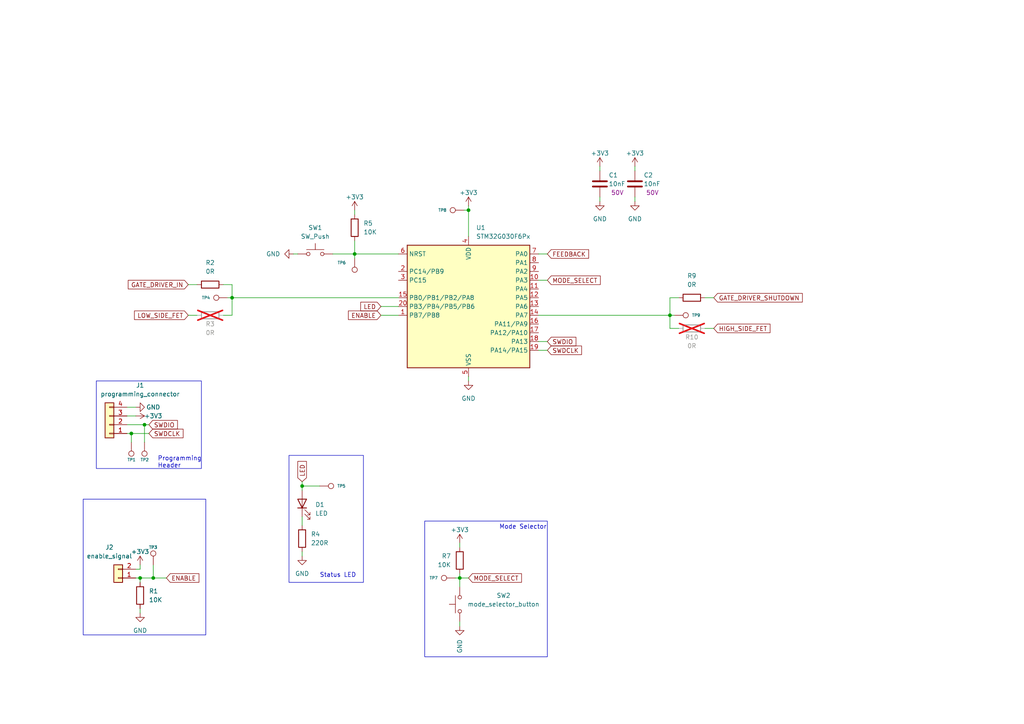
<source format=kicad_sch>
(kicad_sch (version 20230121) (generator eeschema)
  (paper "A4")
  (lib_symbols
    (symbol "Connector:TestPoint" (pin_numbers hide) (pin_names (offset 0.762) hide)
      (property "Reference" "TP" (at 0 6.858 0))
      (property "Value" "TestPoint" (at 0 5.08 0))
      (symbol "TestPoint_0_1"
        (circle (center 0 3.302) (radius 0.762))
      )
      (symbol "TestPoint_1_1"
        (pin passive line (at 0 0 90) (length 2.54) (name "1") (number "1"))
      )
    )
    (symbol "Connector_Generic:Conn_01x02" (pin_names (offset 1.016) hide)
      (property "Reference" "J" (at 0 2.54 0))
      (property "Value" "Conn_01x02" (at 0 -5.08 0))
      (symbol "Conn_01x02_1_1"
        (rectangle (start -1.27 -2.413) (end 0 -2.667) (stroke (width 0.1524)))
        (rectangle (start -1.27 0.127) (end 0 -0.127) (stroke (width 0.1524)))
        (rectangle (start -1.27 1.27) (end 1.27 -3.81) (stroke (width 0.254)) (fill (type background)))
        (pin passive line (at -5.08 0 0) (length 3.81) (name "Pin_1") (number "1"))
        (pin passive line (at -5.08 -2.54 0) (length 3.81) (name "Pin_2") (number "2"))
      )
    )
    (symbol "Connector_Generic:Conn_01x04" (pin_names (offset 1.016) hide)
      (property "Reference" "J" (at 0 5.08 0))
      (property "Value" "Conn_01x04" (at 0 -7.62 0))
      (symbol "Conn_01x04_1_1"
        (rectangle (start -1.27 -4.953) (end 0 -5.207) (stroke (width 0.1524)))
        (rectangle (start -1.27 -2.413) (end 0 -2.667) (stroke (width 0.1524)))
        (rectangle (start -1.27 0.127) (end 0 -0.127) (stroke (width 0.1524)))
        (rectangle (start -1.27 2.667) (end 0 2.413) (stroke (width 0.1524)))
        (rectangle (start -1.27 3.81) (end 1.27 -6.35) (stroke (width 0.254)) (fill (type background)))
        (pin passive line (at -5.08 2.54 0) (length 3.81) (name "Pin_1") (number "1"))
        (pin passive line (at -5.08 0 0) (length 3.81) (name "Pin_2") (number "2"))
        (pin passive line (at -5.08 -2.54 0) (length 3.81) (name "Pin_3") (number "3"))
        (pin passive line (at -5.08 -5.08 0) (length 3.81) (name "Pin_4") (number "4"))
      )
    )
    (symbol "Device:C" (pin_numbers hide) (pin_names (offset 0.254))
      (property "Reference" "C" (at 0.635 2.54 0))
      (property "Value" "C" (at 0.635 -2.54 0))
      (symbol "C_0_1"
        (polyline (pts (xy -2.032 -0.762) (xy 2.032 -0.762)) (stroke (width 0.508)))
        (polyline (pts (xy -2.032 0.762) (xy 2.032 0.762)) (stroke (width 0.508)))
      )
      (symbol "C_1_1"
        (pin passive line (at 0 3.81 270) (length 2.794) (name "~") (number "1"))
        (pin passive line (at 0 -3.81 90) (length 2.794) (name "~") (number "2"))
      )
    )
    (symbol "Device:LED" (pin_numbers hide) (pin_names (offset 1.016) hide)
      (property "Reference" "D" (at 0 2.54 0))
      (property "Value" "LED" (at 0 -2.54 0))
      (symbol "LED_0_1"
        (polyline (pts (xy -1.27 -1.27) (xy -1.27 1.27)) (stroke (width 0.254)))
        (polyline (pts (xy -1.27 0) (xy 1.27 0)))
        (polyline (pts (xy 1.27 -1.27) (xy 1.27 1.27) (xy -1.27 0) (xy 1.27 -1.27)) (stroke (width 0.254)))
        (polyline (pts (xy -3.048 -0.762) (xy -4.572 -2.286) (xy -3.81 -2.286) (xy -4.572 -2.286) (xy -4.572 -1.524)))
        (polyline (pts (xy -1.778 -0.762) (xy -3.302 -2.286) (xy -2.54 -2.286) (xy -3.302 -2.286) (xy -3.302 -1.524)))
      )
      (symbol "LED_1_1"
        (pin passive line (at -3.81 0 0) (length 2.54) (name "K") (number "1"))
        (pin passive line (at 3.81 0 180) (length 2.54) (name "A") (number "2"))
      )
    )
    (symbol "Device:R" (pin_numbers hide) (pin_names (offset 0))
      (property "Reference" "R" (at 2.032 0 90))
      (property "Value" "R" (at 0 0 90))
      (symbol "R_0_1"
        (rectangle (start -1.016 -2.54) (end 1.016 2.54) (stroke (width 0.254)))
      )
      (symbol "R_1_1"
        (pin passive line (at 0 3.81 270) (length 1.27) (name "~") (number "1"))
        (pin passive line (at 0 -3.81 90) (length 1.27) (name "~") (number "2"))
      )
    )
    (symbol "MCU_ST_STM32G0:STM32G030F6Px"
      (property "Reference" "U" (at -17.78 19.05 0))
      (property "Value" "STM32G030F6Px" (at 2.54 19.05 0))
      (symbol "STM32G030F6Px_0_1"
        (rectangle (start -17.78 -17.78) (end 17.78 17.78) (stroke (width 0.254)) (fill (type background)))
      )
      (symbol "STM32G030F6Px_1_1"
        (pin bidirectional line (at -20.32 -2.54 0) (length 2.54) (name "PB7/PB8") (number "1"))
        (pin bidirectional line (at 20.32 7.62 180) (length 2.54) (name "PA3") (number "10"))
        (pin bidirectional line (at 20.32 5.08 180) (length 2.54) (name "PA4") (number "11"))
        (pin bidirectional line (at 20.32 2.54 180) (length 2.54) (name "PA5") (number "12"))
        (pin bidirectional line (at 20.32 0 180) (length 2.54) (name "PA6") (number "13"))
        (pin bidirectional line (at 20.32 -2.54 180) (length 2.54) (name "PA7") (number "14"))
        (pin bidirectional line (at -20.32 2.54 0) (length 2.54) (name "PB0/PB1/PB2/PA8") (number "15"))
        (pin bidirectional line (at 20.32 -5.08 180) (length 2.54) (name "PA11/PA9") (number "16"))
        (pin bidirectional line (at 20.32 -7.62 180) (length 2.54) (name "PA12/PA10") (number "17"))
        (pin bidirectional line (at 20.32 -10.16 180) (length 2.54) (name "PA13") (number "18"))
        (pin bidirectional line (at 20.32 -12.7 180) (length 2.54) (name "PA14/PA15") (number "19"))
        (pin bidirectional line (at -20.32 10.16 0) (length 2.54) (name "PC14/PB9") (number "2"))
        (pin bidirectional line (at -20.32 0 0) (length 2.54) (name "PB3/PB4/PB5/PB6") (number "20"))
        (pin bidirectional line (at -20.32 7.62 0) (length 2.54) (name "PC15") (number "3"))
        (pin power_in line (at 0 20.32 270) (length 2.54) (name "VDD") (number "4"))
        (pin power_in line (at 0 -20.32 90) (length 2.54) (name "VSS") (number "5"))
        (pin input line (at -20.32 15.24 0) (length 2.54) (name "NRST") (number "6"))
        (pin bidirectional line (at 20.32 15.24 180) (length 2.54) (name "PA0") (number "7"))
        (pin bidirectional line (at 20.32 12.7 180) (length 2.54) (name "PA1") (number "8"))
        (pin bidirectional line (at 20.32 10.16 180) (length 2.54) (name "PA2") (number "9"))
      )
    )
    (symbol "Switch:SW_Push" (pin_numbers hide) (pin_names (offset 1.016) hide)
      (property "Reference" "SW" (at 1.27 2.54 0))
      (property "Value" "SW_Push" (at 0 -1.524 0))
      (symbol "SW_Push_0_1"
        (circle (center -2.032 0) (radius 0.508))
        (polyline (pts (xy 0 1.27) (xy 0 3.048)))
        (polyline (pts (xy 2.54 1.27) (xy -2.54 1.27)))
        (circle (center 2.032 0) (radius 0.508))
        (pin passive line (at -5.08 0 0) (length 2.54) (name "1") (number "1"))
        (pin passive line (at 5.08 0 180) (length 2.54) (name "2") (number "2"))
      )
    )
    (symbol "power:+3V3" (power) (pin_names (offset 0))
      (property "Value" "+3V3" (at 0 3.556 0))
      (symbol "+3V3_0_1"
        (polyline (pts (xy -0.762 1.27) (xy 0 2.54)))
        (polyline (pts (xy 0 0) (xy 0 2.54)))
        (polyline (pts (xy 0 2.54) (xy 0.762 1.27)))
      )
      (symbol "+3V3_1_1"
        (pin power_in line (at 0 0 90) (length 0) hide (name "+3V3") (number "1"))
      )
    )
    (symbol "power:GND" (power) (pin_names (offset 0))
      (property "Value" "GND" (at 0 -3.81 0))
      (symbol "GND_0_1"
        (polyline (pts (xy 0 0) (xy 0 -1.27) (xy 1.27 -1.27) (xy 0 -2.54) (xy -1.27 -1.27) (xy 0 -1.27)))
      )
      (symbol "GND_1_1"
        (pin power_in line (at 0 0 270) (length 0) hide (name "GND") (number "1"))
      )
    )
  )
  (junction (at 40.64 167.64))
  (junction (at 102.87 73.66))
  (junction (at 38.1 125.73))
  (junction (at 133.35 167.64))
  (junction (at 87.63 140.97))
  (junction (at 44.45 167.64))
  (junction (at 41.91 123.19))
  (junction (at 135.89 60.96))
  (junction (at 194.31 91.44))
  (junction (at 67.31 86.36))
  (wire (pts (xy 158.75 99.06) (xy 156.21 99.06)))
  (wire (pts (xy 40.64 167.64) (xy 40.64 168.91)))
  (wire (pts (xy 67.31 91.44) (xy 67.31 86.36)))
  (wire (pts (xy 132.08 167.64) (xy 133.35 167.64)))
  (wire (pts (xy 135.89 110.49) (xy 135.89 109.22)))
  (wire (pts (xy 110.49 88.9) (xy 115.57 88.9)))
  (wire (pts (xy 96.52 73.66) (xy 102.87 73.66)))
  (wire (pts (xy 40.64 176.53) (xy 40.64 177.8)))
  (wire (pts (xy 156.21 91.44) (xy 194.31 91.44)))
  (wire (pts (xy 196.85 95.25) (xy 194.31 95.25)))
  (wire (pts (xy 102.87 73.66) (xy 102.87 74.93)))
  (wire (pts (xy 87.63 140.97) (xy 87.63 142.24)))
  (wire (pts (xy 184.15 57.15) (xy 184.15 58.42)))
  (wire (pts (xy 40.64 163.83) (xy 40.64 165.1)))
  (wire (pts (xy 66.04 86.36) (xy 67.31 86.36)))
  (wire (pts (xy 87.63 140.97) (xy 92.71 140.97)))
  (wire (pts (xy 57.15 82.55) (xy 54.61 82.55)))
  (wire (pts (xy 67.31 86.36) (xy 115.57 86.36)))
  (wire (pts (xy 44.45 167.64) (xy 48.26 167.64)))
  (wire (pts (xy 40.64 165.1) (xy 39.37 165.1)))
  (wire (pts (xy 207.01 95.25) (xy 204.47 95.25)))
  (wire (pts (xy 135.89 59.69) (xy 135.89 60.96)))
  (wire (pts (xy 134.62 60.96) (xy 135.89 60.96)))
  (wire (pts (xy 194.31 86.36) (xy 196.85 86.36)))
  (wire (pts (xy 133.35 167.64) (xy 133.35 170.18)))
  (wire (pts (xy 194.31 91.44) (xy 195.58 91.44)))
  (wire (pts (xy 36.83 123.19) (xy 41.91 123.19)))
  (wire (pts (xy 67.31 82.55) (xy 64.77 82.55)))
  (wire (pts (xy 102.87 73.66) (xy 115.57 73.66)))
  (wire (pts (xy 41.91 123.19) (xy 43.18 123.19)))
  (wire (pts (xy 133.35 166.37) (xy 133.35 167.64)))
  (wire (pts (xy 39.37 118.11) (xy 36.83 118.11)))
  (wire (pts (xy 135.89 60.96) (xy 135.89 68.58)))
  (wire (pts (xy 133.35 167.64) (xy 135.89 167.64)))
  (wire (pts (xy 204.47 86.36) (xy 207.01 86.36)))
  (wire (pts (xy 38.1 125.73) (xy 43.18 125.73)))
  (wire (pts (xy 41.91 123.19) (xy 41.91 128.27)))
  (wire (pts (xy 67.31 86.36) (xy 67.31 82.55)))
  (wire (pts (xy 38.1 125.73) (xy 38.1 128.27)))
  (wire (pts (xy 102.87 60.96) (xy 102.87 62.23)))
  (wire (pts (xy 110.49 91.44) (xy 115.57 91.44)))
  (wire (pts (xy 87.63 161.29) (xy 87.63 160.02)))
  (wire (pts (xy 54.61 91.44) (xy 57.15 91.44)))
  (wire (pts (xy 194.31 91.44) (xy 194.31 86.36)))
  (wire (pts (xy 39.37 167.64) (xy 40.64 167.64)))
  (wire (pts (xy 40.64 167.64) (xy 44.45 167.64)))
  (wire (pts (xy 36.83 120.65) (xy 39.37 120.65)))
  (wire (pts (xy 36.83 125.73) (xy 38.1 125.73)))
  (wire (pts (xy 173.99 48.26) (xy 173.99 49.53)))
  (wire (pts (xy 184.15 48.26) (xy 184.15 49.53)))
  (wire (pts (xy 173.99 57.15) (xy 173.99 58.42)))
  (wire (pts (xy 133.35 157.48) (xy 133.35 158.75)))
  (wire (pts (xy 158.75 81.28) (xy 156.21 81.28)))
  (wire (pts (xy 64.77 91.44) (xy 67.31 91.44)))
  (wire (pts (xy 87.63 139.7) (xy 87.63 140.97)))
  (wire (pts (xy 85.09 73.66) (xy 86.36 73.66)))
  (wire (pts (xy 133.35 181.61) (xy 133.35 180.34)))
  (wire (pts (xy 194.31 95.25) (xy 194.31 91.44)))
  (wire (pts (xy 102.87 69.85) (xy 102.87 73.66)))
  (wire (pts (xy 44.45 163.83) (xy 44.45 167.64)))
  (wire (pts (xy 87.63 149.86) (xy 87.63 152.4)))
  (wire (pts (xy 158.75 73.66) (xy 156.21 73.66)))
  (wire (pts (xy 158.75 101.6) (xy 156.21 101.6)))
  (rectangle (start 24.13 144.78) (end 59.69 184.15))
  (rectangle (start 27.94 110.49) (end 58.42 135.89))
  (rectangle (start 123.19 151.13) (end 158.75 190.5))
  (rectangle (start 83.82 132.08) (end 105.41 168.91))
  (text "Status LED" (at 92.71 167.64 0) (effects (font (size 1.27 1.27)) (justify left bottom)))
  (text "Programming\nHeader" (at 45.72 135.89 0) (effects (font (size 1.27 1.27)) (justify left bottom)))
  (text "Mode Selector" (at 144.78 153.67 0) (effects (font (size 1.27 1.27)) (justify left bottom)))
  (global_label "MODE_SELECT" (shape input) (at 158.75 81.28 0) (property "Intersheetrefs" "${INTERSHEET_REFS}" (effects hide)))
  (global_label "LED" (shape input) (at 87.63 139.7 90) (property "Intersheetrefs" "${INTERSHEET_REFS}" (effects hide)))
  (global_label "LED" (shape input) (at 110.49 88.9 180) (property "Intersheetrefs" "${INTERSHEET_REFS}" (effects hide)))
  (global_label "LOW_SIDE_FET" (shape input) (at 54.61 91.44 180) (property "Intersheetrefs" "${INTERSHEET_REFS}" (effects hide)))
  (global_label "GATE_DRIVER_IN" (shape input) (at 54.61 82.55 180) (property "Intersheetrefs" "${INTERSHEET_REFS}" (effects hide)))
  (global_label "GATE_DRIVER_SHUTDOWN" (shape input) (at 207.01 86.36 0) (property "Intersheetrefs" "${INTERSHEET_REFS}" (effects hide)))
  (global_label "SWDCLK" (shape input) (at 43.18 125.73 0) (property "Intersheetrefs" "${INTERSHEET_REFS}" (effects hide)))
  (global_label "MODE_SELECT" (shape input) (at 135.89 167.64 0) (property "Intersheetrefs" "${INTERSHEET_REFS}" (effects hide)))
  (global_label "SWDIO" (shape input) (at 158.75 99.06 0) (property "Intersheetrefs" "${INTERSHEET_REFS}" (effects hide)))
  (global_label "SWDCLK" (shape input) (at 158.75 101.6 0) (property "Intersheetrefs" "${INTERSHEET_REFS}" (effects hide)))
  (global_label "ENABLE" (shape input) (at 48.26 167.64 0) (property "Intersheetrefs" "${INTERSHEET_REFS}" (effects hide)))
  (global_label "ENABLE" (shape input) (at 110.49 91.44 180) (property "Intersheetrefs" "${INTERSHEET_REFS}" (effects hide)))
  (global_label "HIGH_SIDE_FET" (shape input) (at 207.01 95.25 0) (property "Intersheetrefs" "${INTERSHEET_REFS}" (effects hide)))
  (global_label "SWDIO" (shape input) (at 43.18 123.19 0) (property "Intersheetrefs" "${INTERSHEET_REFS}" (effects hide)))
  (global_label "FEEDBACK" (shape input) (at 158.75 73.66 0) (property "Intersheetrefs" "${INTERSHEET_REFS}" (effects hide)))
  (symbol (lib_id "Device:R") (at 60.96 91.44 90) (unit 1) (dnp yes)
    (property "Reference" "R3" (at 60.96 93.98 90))
    (property "Value" "0R" (at 60.96 96.52 90))
    (property "Footprint" "Resistor_SMD:R_1206_3216Metric" (effects hide))
  )
  (symbol (lib_id "power:GND") (at 40.64 177.8 0) (unit 1)
    (property "Reference" "#PWR02" (effects hide))
    (property "Value" "GND" (at 40.64 182.88 0))
  )
  (symbol (lib_id "Device:R") (at 60.96 82.55 90) (unit 1)
    (property "Reference" "R2" (at 60.96 76.2 90))
    (property "Value" "0R" (at 60.96 78.74 90))
    (property "Footprint" "Resistor_SMD:R_1206_3216Metric" (effects hide))
  )
  (symbol (lib_id "Connector_Generic:Conn_01x02") (at 34.29 167.64 180) (unit 1)
    (property "Reference" "J2" (at 31.75 158.75 0))
    (property "Value" "enable_signal" (at 31.75 161.29 0))
    (property "Footprint" "Connector_PinHeader_2.54mm:PinHeader_1x02_P2.54mm_Vertical" (effects hide))
  )
  (symbol (lib_id "power:GND") (at 39.37 118.11 90) (unit 1)
    (property "Reference" "#PWR01" (effects hide))
    (property "Value" "GND" (at 44.45 118.11 90))
  )
  (symbol (lib_id "power:+3V3") (at 102.87 60.96 0) (mirror y) (unit 1)
    (property "Reference" "#PWR059" (effects hide))
    (property "Value" "+3V3" (at 102.87 57.15 0))
  )
  (symbol (lib_id "Connector:TestPoint") (at 195.58 91.44 270) (unit 1)
    (property "Reference" "TP9" (at 200.66 91.44 90) (effects (font (size 0.85 0.85)) (justify left)))
    (property "Value" "TestPoint" (effects hide))
    (property "Footprint" "TestPoint:TestPoint_Pad_D1.0mm" (effects hide))
  )
  (symbol (lib_id "Connector:TestPoint") (at 92.71 140.97 270) (unit 1)
    (property "Reference" "TP5" (at 97.79 140.97 90) (effects (font (size 0.85 0.85)) (justify left)))
    (property "Value" "TestPoint" (effects hide))
    (property "Footprint" "TestPoint:TestPoint_Pad_D1.0mm" (effects hide))
  )
  (symbol (lib_id "power:GND") (at 85.09 73.66 270) (unit 1)
    (property "Reference" "#PWR03" (effects hide))
    (property "Value" "GND" (at 81.28 73.66 90) (effects (justify right)))
  )
  (symbol (lib_id "Device:R") (at 200.66 95.25 270) (mirror x) (unit 1) (dnp yes)
    (property "Reference" "R10" (at 200.66 97.79 90))
    (property "Value" "0R" (at 200.66 100.33 90))
    (property "Footprint" "Resistor_SMD:R_1206_3216Metric" (effects hide))
  )
  (symbol (lib_id "power:+3V3") (at 39.37 120.65 270) (mirror x) (unit 1)
    (property "Reference" "#PWR015" (effects hide))
    (property "Value" "+3V3" (at 44.45 120.65 90))
  )
  (symbol (lib_id "power:GND") (at 184.15 58.42 0) (unit 1)
    (property "Reference" "#PWR09" (effects hide))
    (property "Value" "GND" (at 184.15 63.5 0))
  )
  (symbol (lib_id "Connector:TestPoint") (at 44.45 163.83 0) (unit 1)
    (property "Reference" "TP3" (at 43.18 158.75 0) (effects (font (size 0.85 0.85)) (justify left)))
    (property "Value" "TestPoint" (effects hide))
    (property "Footprint" "TestPoint:TestPoint_Pad_D1.0mm" (effects hide))
  )
  (symbol (lib_id "Connector:TestPoint") (at 132.08 167.64 90) (unit 1)
    (property "Reference" "TP7" (at 127 167.64 90) (effects (font (size 0.85 0.85)) (justify left)))
    (property "Value" "TestPoint" (effects hide))
    (property "Footprint" "TestPoint:TestPoint_Pad_D1.0mm" (effects hide))
  )
  (symbol (lib_id "power:+3V3") (at 135.89 59.69 0) (mirror y) (unit 1)
    (property "Reference" "#PWR05" (effects hide))
    (property "Value" "+3V3" (at 135.89 55.88 0))
  )
  (symbol (lib_id "Connector:TestPoint") (at 102.87 74.93 180) (unit 1)
    (property "Reference" "TP6" (at 100.33 76.2 0) (effects (font (size 0.85 0.85)) (justify left)))
    (property "Value" "TestPoint" (effects hide))
    (property "Footprint" "TestPoint:TestPoint_Pad_D1.0mm" (effects hide))
  )
  (symbol (lib_id "Device:R") (at 40.64 172.72 180) (unit 1)
    (property "Reference" "R1" (at 43.18 171.45 0) (effects (justify right)))
    (property "Value" "10K" (at 43.18 173.99 0) (effects (justify right)))
    (property "Footprint" "Resistor_SMD:R_1206_3216Metric" (effects hide))
  )
  (symbol (lib_id "power:GND") (at 135.89 110.49 0) (unit 1)
    (property "Reference" "#PWR07" (effects hide))
    (property "Value" "GND" (at 135.89 115.57 0))
  )
  (symbol (lib_id "Connector_Generic:Conn_01x04") (at 31.75 123.19 180) (unit 1)
    (property "Reference" "J1" (at 40.64 111.76 0))
    (property "Value" "programming_connector" (at 40.64 114.3 0))
    (property "Footprint" "Connector_PinHeader_2.54mm:PinHeader_1x04_P2.54mm_Vertical" (effects hide))
  )
  (symbol (lib_id "power:+3V3") (at 173.99 48.26 0) (mirror y) (unit 1)
    (property "Reference" "#PWR029" (effects hide))
    (property "Value" "+3V3" (at 173.99 44.45 0))
  )
  (symbol (lib_id "power:+3V3") (at 184.15 48.26 0) (mirror y) (unit 1)
    (property "Reference" "#PWR030" (effects hide))
    (property "Value" "+3V3" (at 184.15 44.45 0))
  )
  (symbol (lib_id "Switch:SW_Push") (at 91.44 73.66 0) (unit 1)
    (property "Reference" "SW1" (at 91.44 66.04 0))
    (property "Value" "SW_Push" (at 91.44 68.58 0))
    (property "Footprint" "Button_Switch_SMD:SW_SPST_TL3342" (effects hide))
  )
  (symbol (lib_id "power:+3V3") (at 133.35 157.48 0) (mirror y) (unit 1)
    (property "Reference" "#PWR019" (effects hide))
    (property "Value" "+3V3" (at 133.35 153.67 0))
  )
  (symbol (lib_id "Device:C") (at 184.15 53.34 0) (unit 1)
    (property "Reference" "C2" (at 186.69 50.8 0) (effects (justify left)))
    (property "Value" "10nF" (at 186.69 53.34 0) (effects (justify left)))
    (property "Footprint" "Capacitor_SMD:C_0805_2012Metric" (effects hide))
    (property "Rating" "50V" (at 189.23 55.88 0))
  )
  (symbol (lib_id "power:+3V3") (at 40.64 163.83 0) (mirror y) (unit 1)
    (property "Reference" "#PWR016" (effects hide))
    (property "Value" "+3V3" (at 40.64 160.02 0))
  )
  (symbol (lib_id "Device:LED") (at 87.63 146.05 90) (unit 1)
    (property "Reference" "D1" (at 91.44 146.3675 90) (effects (justify right)))
    (property "Value" "LED" (at 91.44 148.9075 90) (effects (justify right)))
    (property "Footprint" "LED_SMD:LED_1206_3216Metric" (effects hide))
  )
  (symbol (lib_id "Connector:TestPoint") (at 134.62 60.96 90) (unit 1)
    (property "Reference" "TP8" (at 129.54 60.96 90) (effects (font (size 0.85 0.85)) (justify left)))
    (property "Value" "TestPoint" (effects hide))
    (property "Footprint" "TestPoint:TestPoint_Pad_D1.0mm" (effects hide))
  )
  (symbol (lib_id "Connector:TestPoint") (at 41.91 128.27 180) (unit 1)
    (property "Reference" "TP2" (at 43.18 133.35 0) (effects (font (size 0.85 0.85)) (justify left)))
    (property "Value" "TestPoint" (effects hide))
    (property "Footprint" "TestPoint:TestPoint_Pad_D1.0mm" (effects hide))
  )
  (symbol (lib_id "MCU_ST_STM32G0:STM32G030F6Px") (at 135.89 88.9 0) (unit 1)
    (property "Reference" "U1" (at 138.0841 66.04 0) (effects (justify left)))
    (property "Value" "STM32G030F6Px" (at 138.0841 68.58 0) (effects (justify left)))
    (property "Footprint" "Package_SO:TSSOP-20_4.4x6.5mm_P0.65mm" (effects hide))
    (property "Datasheet" "https://www.st.com/resource/en/datasheet/stm32g030f6.pdf" (effects hide))
  )
  (symbol (lib_id "Device:C") (at 173.99 53.34 0) (unit 1)
    (property "Reference" "C1" (at 176.53 50.8 0) (effects (justify left)))
    (property "Value" "10nF" (at 176.53 53.34 0) (effects (justify left)))
    (property "Footprint" "Capacitor_SMD:C_0805_2012Metric" (effects hide))
    (property "Rating" "50V" (at 179.07 55.88 0))
  )
  (symbol (lib_id "power:GND") (at 133.35 181.61 0) (unit 1)
    (property "Reference" "#PWR06" (effects hide))
    (property "Value" "GND" (at 133.35 185.42 90) (effects (justify right)))
  )
  (symbol (lib_id "Device:R") (at 200.66 86.36 270) (mirror x) (unit 1)
    (property "Reference" "R9" (at 200.66 80.01 90))
    (property "Value" "0R" (at 200.66 82.55 90))
    (property "Footprint" "Resistor_SMD:R_1206_3216Metric" (effects hide))
  )
  (symbol (lib_id "Connector:TestPoint") (at 38.1 128.27 180) (unit 1)
    (property "Reference" "TP1" (at 39.37 133.35 0) (effects (font (size 0.85 0.85)) (justify left)))
    (property "Value" "TestPoint" (effects hide))
    (property "Footprint" "TestPoint:TestPoint_Pad_D1.0mm" (effects hide))
  )
  (symbol (lib_id "Connector:TestPoint") (at 66.04 86.36 90) (unit 1)
    (property "Reference" "TP4" (at 60.96 86.36 90) (effects (font (size 0.85 0.85)) (justify left)))
    (property "Value" "TestPoint" (effects hide))
    (property "Footprint" "TestPoint:TestPoint_Pad_D1.0mm" (effects hide))
  )
  (symbol (lib_id "power:GND") (at 173.99 58.42 0) (unit 1)
    (property "Reference" "#PWR08" (effects hide))
    (property "Value" "GND" (at 173.99 63.5 0))
  )
  (symbol (lib_id "power:GND") (at 87.63 161.29 0) (unit 1)
    (property "Reference" "#PWR04" (effects hide))
    (property "Value" "GND" (at 87.63 166.37 0))
  )
  (symbol (lib_id "Device:R") (at 102.87 66.04 180) (unit 1)
    (property "Reference" "R5" (at 105.41 64.77 0) (effects (justify right)))
    (property "Value" "10K" (at 105.41 67.31 0) (effects (justify right)))
    (property "Footprint" "Resistor_SMD:R_1206_3216Metric" (effects hide))
  )
  (symbol (lib_id "Switch:SW_Push") (at 133.35 175.26 90) (unit 1)
    (property "Reference" "SW2" (at 146.05 172.72 90))
    (property "Value" "mode_selector_button" (at 146.05 175.26 90))
    (property "Footprint" "Button_Switch_SMD:SW_SPST_TL3342" (effects hide))
  )
  (symbol (lib_id "Device:R") (at 133.35 162.56 0) (mirror x) (unit 1)
    (property "Reference" "R7" (at 130.81 161.29 0) (effects (justify right)))
    (property "Value" "10K" (at 130.81 163.83 0) (effects (justify right)))
    (property "Footprint" "Resistor_SMD:R_1206_3216Metric" (effects hide))
  )
  (symbol (lib_id "Device:R") (at 87.63 156.21 180) (unit 1)
    (property "Reference" "R4" (at 90.17 154.94 0) (effects (justify right)))
    (property "Value" "220R" (at 90.17 157.48 0) (effects (justify right)))
    (property "Footprint" "Resistor_SMD:R_1206_3216Metric" (effects hide))
  )
  (sheet (at -21.59 27.94) (size 12.7 3.81) (stroke (width 0.1524))
    (property "Sheetname" "Power Input" (at -21.59 27.2284 0) (effects (justify left bottom)))
    (property "Sheetfile" "power.kicad_sch" (at -21.59 32.3346 0) (effects (justify left top)))
  )
)
</source>
